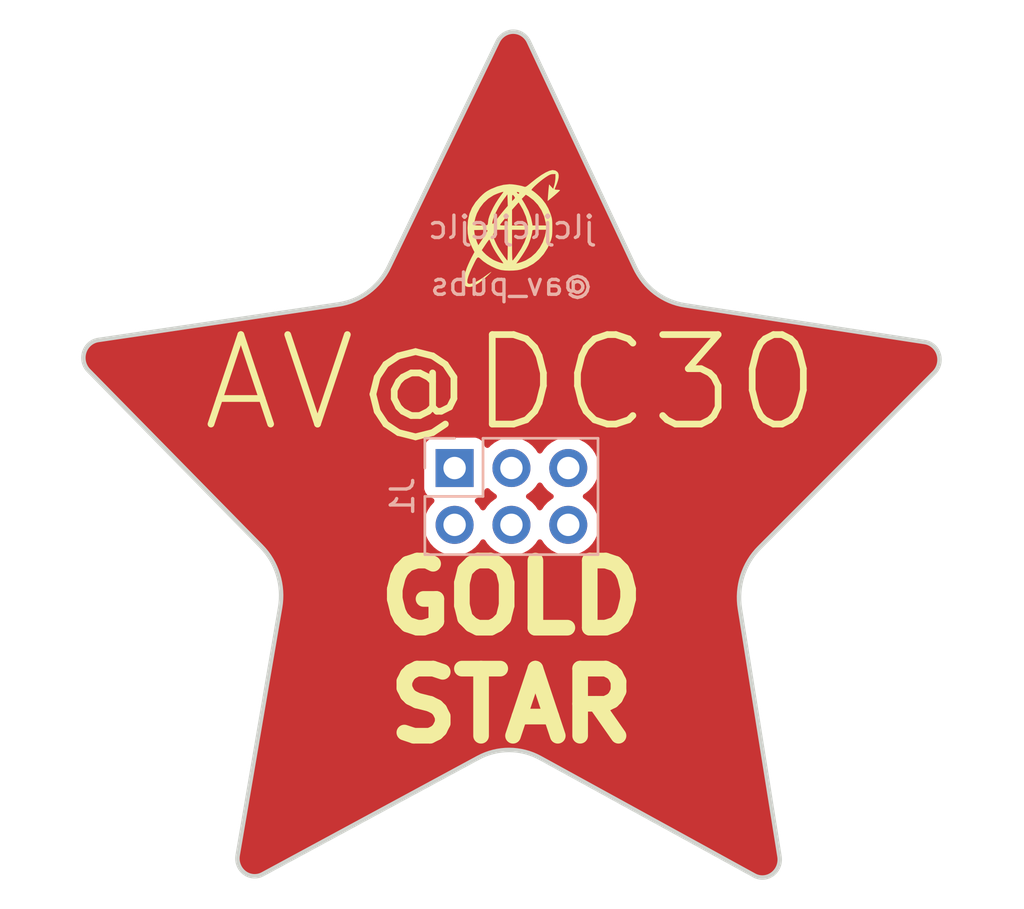
<source format=kicad_pcb>
(kicad_pcb (version 20220427) (generator pcbnew)
  (layers (0 "F.Cu" signal) (31 "B.Cu" signal) (34 "B.Paste" user) (35 "F.Paste" user) (36 "B.SilkS" user "B.Silkscreen") (37 "F.SilkS" user "F.Silkscreen") (38 "B.Mask" user) (39 "F.Mask" user) (44 "Edge.Cuts" user))
  (net 0 "")
  (footprint "LOGO" (layer "F.Cu") (at 127 66.04)
    (fp_text reference "G***" hide)
    (fp_text value "LOGO" hide)
    (fp_poly (pts (xy 1.966056 -2.537941) (xy 2.054545 -2.478062) (xy 2.093222 -2.41737) (xy 2.113841 -2.332207) (xy 2.110549 -2.227313) (xy 2.08189 -2.096175) (xy 2.026405 -1.93228) (xy 1.942636 -1.729115) (xy 1.935588 -1.713055) (xy 1.943105 -1.690707) (xy 1.995223 -1.68014) (xy 2.047219 -1.678656) (xy 2.1221 -1.674482) (xy 2.167613 -1.663896) (xy 2.173998 -1.65718) (xy 2.154082 -1.632287) (xy 2.100079 -1.580247) (xy 2.020611 -1.508632) (xy 1.9243 -1.425012) (xy 1.819767 -1.336958) (xy 1.715632 -1.252041) (xy 1.684423 -1.227257) (xy 1.617976 -1.174882) (xy 1.635669 -1.419889) (xy 1.645671 -1.549333) (xy 1.656474 -1.674868) (xy 1.666111 -1.773955) (xy 1.668207 -1.792811) (xy 1.683051 -1.920724) (xy 1.774559 -1.820871) (xy 1.866067 -1.721019) (xy 1.915439 -1.885591) (xy 1.943922 -2.009548) (xy 1.962437 -2.145407) (xy 1.966208 -2.215276) (xy 1.967606 -2.38039) (xy 1.849894 -2.377959) (xy 1.78312 -2.37058) (xy 1.714334 -2.347317) (xy 1.630318 -2.302134) (xy 1.517853 -2.228993) (xy 1.505907 -2.220848) (xy 1.395694 -2.14114) (xy 1.281411 -2.051053) (xy 1.170163 -1.957158) (xy 1.06906 -1.866023) (xy 0.985208 -1.78422) (xy 0.925716 -1.718317) (xy 0.897691 -1.674885) (xy 0.900619 -1.661364) (xy 0.966614 -1.622035) (xy 1.057423 -1.553429) (xy 1.160321 -1.466515) (xy 1.262584 -1.372265) (xy 1.351485 -1.281648) (xy 1.38408 -1.244575) (xy 1.530106 -1.051213) (xy 1.643973 -0.853124) (xy 1.73887 -0.626864) (xy 1.751374 -0.591658) (xy 1.78271 -0.497047) (xy 1.804182 -0.415098) (xy 1.817624 -0.331361) (xy 1.824867 -0.231385) (xy 1.827744 -0.100719) (xy 1.828141 0.01376) (xy 1.827195 0.173735) (xy 1.823136 0.293138) (xy 1.814132 0.386419) (xy 1.79835 0.468028) (xy 1.773958 0.552418) (xy 1.751374 0.619177) (xy 1.617092 0.92617) (xy 1.441518 1.199613) (xy 1.227968 1.436366) (xy 0.979754 1.633288) (xy 0.700192 1.787238) (xy 0.409688 1.890532) (xy 0.266056 1.917557) (xy 0.088485 1.933526) (xy -0.102992 1.938172) (xy -0.288345 1.931229) (xy -0.447542 1.912434) (xy -0.495341 1.902534) (xy -0.681556 1.842492) (xy -0.883027 1.752455) (xy -1.079617 1.643036) (xy -1.113725 1.61954) (xy 0.216731 1.61954) (xy 0.359312 1.581927) (xy 0.47175 1.545985) (xy 0.593185 1.498039) (xy 0.643092 1.475129) (xy 0.87751 1.330551) (xy 1.08557 1.142879) (xy 1.261617 0.920011) (xy 1.399995 0.66985) (xy 1.495049 0.400295) (xy 1.527995 0.238888) (xy 1.547311 0.110076) (xy 1.241478 0.110076) (xy 1.107782 0.110828) (xy 1.019742 0.114117) (xy 0.967986 0.121496) (xy 0.94314 0.134517) (xy 0.935831 0.154731) (xy 0.935645 0.160712) (xy 0.925962 0.239148) (xy 0.900031 0.352724) (xy 0.862526 0.485672) (xy 0.818123 0.622225) (xy 0.771497 0.746618) (xy 0.741846 0.814254) (xy 0.67241 0.945447) (xy 0.57849 1.102953) (xy 0.470442 1.270482) (xy 0.358622 1.431741) (xy 0.294119 1.51859) (xy 0.216731 1.61954) (xy -1.113725 1.61954) (xy -1.251186 1.524848) (xy -1.317376 1.469356) (xy -1.384417 1.407722) (xy -1.43551 1.365229) (xy -1.476454 1.345999) (xy -1.513051 1.354153) (xy -1.551099 1.393812) (xy -1.5964 1.469098) (xy -1.654755 1.584131) (xy -1.731963 1.743033) (xy -1.747511 1.774973) (xy -1.855089 2.008983) (xy -1.928573 2.199796) (xy -1.967966 2.347422) (xy -1.973271 2.451868) (xy -1.968112 2.475109) (xy -1.928518 2.519415) (xy -1.852237 2.528686) (xy -1.743638 2.504541) (xy -1.607093 2.448597) (xy -1.446972 2.362472) (xy -1.267645 2.247784) (xy -1.172814 2.180721) (xy -1.04244 2.086309) (xy -0.954202 2.02431) (xy -0.906229 1.994085) (xy -0.896647 1.994997) (xy -0.923582 2.026408) (xy -0.985163 2.087681) (xy -1.031961 2.132767) (xy -1.256084 2.335202) (xy -1.455685 2.489394) (xy -1.631673 2.595914) (xy -1.784958 2.655329) (xy -1.889147 2.669339) (xy -1.99874 2.654367) (xy -2.062387 2.615836) (xy -2.117315 2.52657) (xy -2.137568 2.402035) (xy -2.122989 2.240487) (xy -2.073424 2.040179) (xy -1.989938 1.802492) (xy -1.929667 1.65798) (xy -1.857406 1.499125) (xy -1.7869 1.355905) (xy -1.773664 1.330736) (xy -1.65404 1.10665) (xy -1.696901 1.02149) (xy -1.323458 1.02149) (xy -1.246506 1.110636) (xy -1.126929 1.229196) (xy -0.979414 1.346348) (xy -0.82822 1.443227) (xy -0.798049 1.459345) (xy -0.719661 1.495427) (xy -0.624597 1.533474) (xy -0.527098 1.568566) (xy -0.4414 1.595782) (xy -0.381742 1.6102) (xy -0.362777 1.609782) (xy -0.374038 1.585753) (xy -0.411709 1.529311) (xy -0.468352 1.451436) (xy -0.484903 1.429514) (xy -0.594599 1.276544) (xy -0.701924 1.111286) (xy -0.798599 0.947698) (xy -0.876345 0.799739) (xy -0.924373 0.688487) (xy -0.955115 0.611524) (xy -0.981025 0.561388) (xy -0.991988 0.550379) (xy -1.013747 0.571855) (xy -1.058276 0.629829) (xy -1.118398 0.714626) (xy -1.166699 0.785935) (xy -1.323458 1.02149) (xy -1.696901 1.02149) (xy -1.762862 0.890432) (xy -1.85609 0.683584) (xy -1.917631 0.489055) (xy -1.952201 0.286365) (xy -1.960854 0.123835) (xy -1.664897 0.123835) (xy -1.656194 0.220152) (xy -1.618342 0.426606) (xy -1.543043 0.648424) (xy -1.534676 0.668323) (xy -1.478396 0.800026) (xy -1.275817 0.496866) (xy -1.200359 0.380849) (xy -1.17648 0.341891) (xy -0.825568 0.341891) (xy -0.813343 0.404617) (xy -0.780493 0.501935) (xy -0.732758 0.620124) (xy -0.675876 0.745461) (xy -0.615586 0.864227) (xy -0.582988 0.921885) (xy -0.5292 1.008116) (xy -0.462252 1.10904) (xy -0.389274 1.214708) (xy -0.317399 1.31517) (xy -0.253756 1.400476) (xy -0.205477 1.460676) (xy -0.179692 1.48582) (xy -0.178676 1.486024) (xy -0.174969 1.459733) (xy -0.171648 1.385774) (xy -0.168859 1.271514) (xy -0.166746 1.124321) (xy -0.165456 0.951565) (xy -0.165113 0.79805) (xy 0.027519 0.79805) (xy 0.028308 0.986054) (xy 0.030526 1.154415) (xy 0.033953 1.295776) (xy 0.038368 1.402777) (xy 0.04355 1.468061) (xy 0.048159 1.485309) (xy 0.071955 1.464071) (xy 0.119653 1.407371) (xy 0.183495 1.324764) (xy 0.232045 1.258841) (xy 0.429021 0.960569) (xy 0.577115 0.676902) (xy 0.678778 0.402587) (xy 0.726083 0.199513) (xy 0.741636 0.110076) (xy 0.027519 0.110076) (xy 0.027519 0.79805) (xy -0.165113 0.79805) (xy -0.165113 0.110076) (xy -0.685173 0.110076) (xy -0.75537 0.20211) (xy -0.799785 0.271183) (xy -0.824041 0.329992) (xy -0.825568 0.341891) (xy -1.17648 0.341891) (xy -1.137657 0.278553) (xy -1.09352 0.199897) (xy -1.073759 0.154805) (xy -1.073239 0.150959) (xy -1.080454 0.131997) (xy -1.108176 0.120199) (xy -1.16552 0.114489) (xy -1.261603 0.11379) (xy -1.369068 0.116025) (xy -1.664897 0.123835) (xy -1.960854 0.123835) (xy -1.964517 0.055033) (xy -1.964737 0.01376) (xy -1.957025 -0.103196) (xy -1.654053 -0.103196) (xy -1.627182 -0.094675) (xy -1.556862 -0.087866) (xy -1.454675 -0.083595) (xy -1.365132 -0.082557) (xy -1.23248 -0.083952) (xy -1.145174 -0.089062) (xy -1.093571 -0.099273) (xy -1.068028 -0.115973) (xy -1.067484 -0.116955) (xy -0.505533 -0.116955) (xy -0.503483 -0.097785) (xy -0.463767 -0.086922) (xy -0.37886 -0.082747) (xy -0.345611 -0.082557) (xy -0.165113 -0.082557) (xy 0.027519 -0.082557) (xy 0.741636 -0.082557) (xy 0.726083 -0.171993) (xy 0.645648 -0.481031) (xy 0.512173 -0.791745) (xy 0.391458 -1.002671) (xy 0.321803 -1.113011) (xy 0.174711 -0.948651) (xy 0.027619 -0.78429) (xy 0.027569 -0.433424) (xy 0.027519 -0.082557) (xy -0.165113 -0.082557) (xy -0.165113 -0.302708) (xy -0.166341 -0.404953) (xy -0.169602 -0.481943) (xy -0.174267 -0.520654) (xy -0.175773 -0.52286) (xy -0.196192 -0.503066) (xy -0.241093 -0.451345) (xy -0.30114 -0.379192) (xy -0.366993 -0.298101) (xy -0.429315 -0.219567) (xy -0.478767 -0.155083) (xy -0.505533 -0.116955) (xy -1.067484 -0.116955) (xy -1.062424 -0.126086) (xy -1.052458 -0.17213) (xy -0.853087 -0.17213) (xy -0.846199 -0.153157) (xy -0.822776 -0.164065) (xy -0.77868 -0.208874) (xy -0.709772 -0.291608) (xy -0.64269 -0.376637) (xy -0.545695 -0.499708) (xy -0.445445 -0.624516) (xy -0.355 -0.734925) (xy -0.297645 -0.803008) (xy -0.162997 -0.95932) (xy -0.169543 -1.170807) (xy 0.027519 -1.170807) (xy 0.099738 -1.243025) (xy 0.12603 -1.271326) (xy 0.462313 -1.271326) (xy 0.601945 -1.041568) (xy 0.763491 -0.735298) (xy 0.872723 -0.433059) (xy 0.911772 -0.263754) (xy 0.945159 -0.082557) (xy 1.547311 -0.082557) (xy 1.527995 -0.211369) (xy 1.458926 -0.494179) (xy 1.341626 -0.761547) (xy 1.181464 -1.00538) (xy 0.983809 -1.217581) (xy 0.754032 -1.390054) (xy 0.740869 -1.398047) (xy 0.642409 -1.457139) (xy 0.552361 -1.364233) (xy 0.462313 -1.271326) (xy 0.12603 -1.271326) (xy 0.145688 -1.292486) (xy 0.155843 -1.326363) (xy 0.133541 -1.367777) (xy 0.120378 -1.38601) (xy 0.074353 -1.440824) (xy 0.045984 -1.449518) (xy 0.031597 -1.409271) (xy 0.027521 -1.317261) (xy 0.027519 -1.314656) (xy 0.027519 -1.170807) (xy -0.169543 -1.170807) (xy -0.178873 -1.472264) (xy -0.345741 -1.249763) (xy -0.466185 -1.076206) (xy -0.578334 -0.890302) (xy -0.67744 -0.702131) (xy -0.758758 -0.521774) (xy -0.817542 -0.359311) (xy -0.849046 -0.224821) (xy -0.853087 -0.17213) (xy -1.052458 -0.17213) (xy -1.049288 -0.186773) (xy -1.045134 -0.243042) (xy -1.027791 -0.363357) (xy -0.980452 -0.516745) (xy -0.907747 -0.693494) (xy -0.814302 -0.883893) (xy -0.704748 -1.078232) (xy -0.583713 -1.2668) (xy -0.504722 -1.376837) (xy -0.439387 -1.464783) (xy -0.388977 -1.534728) (xy -0.372319 -1.559396) (xy 0.243786 -1.559396) (xy 0.256777 -1.536707) (xy 0.298487 -1.498047) (xy 0.336372 -1.507442) (xy 0.350298 -1.532474) (xy 0.334757 -1.558724) (xy 0.292542 -1.574629) (xy 0.246133 -1.579219) (xy 0.243786 -1.559396) (xy -0.372319 -1.559396) (xy -0.361008 -1.576145) (xy -0.357746 -1.582671) (xy -0.38094 -1.584305) (xy -0.441881 -1.569009) (xy -0.527611 -1.541257) (xy -0.62517 -1.50552) (xy -0.721601 -1.46627) (xy -0.799549 -1.430212) (xy -1.031528 -1.283367) (xy -1.237372 -1.093603) (xy -1.409987 -0.86964) (xy -1.542279 -0.620197) (xy -1.606038 -0.438865) (xy -1.63709 -0.306783) (xy -1.653953 -0.188109) (xy -1.654053 -0.103196) (xy -1.957025 -0.103196) (xy -1.943481 -0.308579) (xy -1.877975 -0.601279) (xy -1.765611 -0.870691) (xy -1.603778 -1.123165) (xy -1.404211 -1.350731) (xy -1.285918 -1.465566) (xy -1.185444 -1.55096) (xy -1.08533 -1.619714) (xy -0.968117 -1.684632) (xy -0.908055 -1.714584) (xy -0.632735 -1.827279) (xy -0.356603 -1.898929) (xy -0.09294 -1.926167) (xy -0.072378 -1.926327) (xy 0.046126 -1.919489) (xy 0.190366 -1.901347) (xy 0.339446 -1.875465) (xy 0.47247 -1.845402) (xy 0.558327 -1.818832) (xy 0.594088 -1.80844) (xy 0.629117 -1.810937) (xy 0.672878 -1.831455) (xy 0.734832 -1.875128) (xy 0.824445 -1.94709) (xy 0.880657 -1.993683) (xy 1.119742 -2.183425) (xy 1.336065 -2.336159) (xy 1.527025 -2.450368) (xy 1.69002 -2.524533) (xy 1.822447 -2.557138) (xy 1.849356 -2.55861)) (fill solid) (layer "F.SilkS"))
  )
  (footprint "LOGO" (layer "F.Cu") (at 127 66.04)
    (fp_text reference "G***" hide)
    (fp_text value "LOGO" hide)
  )
  (footprint "Connector_PinHeader_2.54mm:PinHeader_2x03_P2.54mm_Vertical" (layer "B.Cu") (at 124.46 76.8 -90)
    (fp_text reference "J1" (at 1.27 2.33 90) (layer "B.SilkS") (effects (justify mirror)))
    (fp_text value "Conn_02x03_Counter_Clockwise")
    (fp_line (start -1.33 -6.41) (end 3.87 -6.41) (stroke (width 0.12)) (layer "B.SilkS"))
    (fp_line (start -1.33 -1.27) (end -1.33 -6.41) (stroke (width 0.12)) (layer "B.SilkS"))
    (fp_line (start -1.33 -1.27) (end 1.27 -1.27) (stroke (width 0.12)) (layer "B.SilkS"))
    (fp_line (start -1.33 0) (end -1.33 1.33) (stroke (width 0.12)) (layer "B.SilkS"))
    (fp_line (start -1.33 1.33) (end 0 1.33) (stroke (width 0.12)) (layer "B.SilkS"))
    (fp_line (start 1.27 -1.27) (end 1.27 1.33) (stroke (width 0.12)) (layer "B.SilkS"))
    (fp_line (start 1.27 1.33) (end 3.87 1.33) (stroke (width 0.12)) (layer "B.SilkS"))
    (fp_line (start 3.87 1.33) (end 3.87 -6.41) (stroke (width 0.12)) (layer "B.SilkS"))
    (pad "1" thru_hole rect (at 0 0 270) (size 1.7 1.7) (drill 1) (layers *.Cu *.Mask))
    (pad "2" thru_hole oval (at 2.54 0 270) (size 1.7 1.7) (drill 1) (layers *.Cu *.Mask))
    (pad "3" thru_hole oval (at 0 -2.54 270) (size 1.7 1.7) (drill 1) (layers *.Cu *.Mask))
    (pad "4" thru_hole oval (at 2.54 -2.54 270) (size 1.7 1.7) (drill 1) (layers *.Cu *.Mask))
    (pad "5" thru_hole oval (at 0 -5.08 270) (size 1.7 1.7) (drill 1) (layers *.Cu *.Mask))
    (pad "6" thru_hole oval (at 2.54 -5.08 270) (size 1.7 1.7) (drill 1) (layers *.Cu *.Mask))
  )
  (gr_poly (pts (xy 127.138543 57.297772) (xy 127.19262 57.30387) (xy 127.245746 57.31381) (xy 127.297756 57.327486) (xy 127.348484 57.344791) (xy 127.397765 57.365617) (xy 127.445435 57.389857) (xy 127.491329 57.417405) (xy 127.53528 57.448153) (xy 127.577126 57.481995) (xy 127.616699 57.518822) (xy 127.653836 57.558528) (xy 127.688372 57.601007) (xy 127.720141 57.64615) (xy 127.748978 57.693852) (xy 127.774719 57.744004) (xy 132.517064 67.831379) (xy 132.602203 67.999162) (xy 132.696475 68.160111) (xy 132.799482 68.313922) (xy 132.910825 68.460294) (xy 133.030105 68.598923) (xy 133.156923 68.729508) (xy 133.29088 68.851745) (xy 133.431578 68.965332) (xy 133.578616 69.069967) (xy 133.731597 69.165347) (xy 133.89012 69.251168) (xy 134.053788 69.32713) (xy 134.222202 69.392929) (xy 134.394961 69.448262) (xy 134.571668 69.492827) (xy 134.751924 69.526322) (xy 145.475862 71.168763) (xy 145.52983 71.179063) (xy 145.582472 71.193156) (xy 145.633639 71.210912) (xy 145.683183 71.232201) (xy 145.730956 71.256891) (xy 145.776809 71.284852) (xy 145.820594 71.315954) (xy 145.862163 71.350066) (xy 145.901367 71.387058) (xy 145.938058 71.426798) (xy 145.972088 71.469156) (xy 146.003309 71.514003) (xy 146.031571 71.561206) (xy 146.056727 71.610636) (xy 146.078629 71.662161) (xy 146.097127 71.715652) (xy 146.111926 71.770377) (xy 146.122858 71.82556) (xy 146.129971 71.881007) (xy 146.133313 71.93652) (xy 146.132932 71.991903) (xy 146.128875 72.046962) (xy 146.121192 72.101499) (xy 146.109929 72.155319) (xy 146.095134 72.208226) (xy 146.076856 72.260024) (xy 146.055142 72.310516) (xy 146.030039 72.359508) (xy 146.001597 72.406802) (xy 145.969862 72.452202) (xy 145.934883 72.495514) (xy 145.896707 72.53654) (xy 138.085193 80.359772) (xy 137.957177 80.496062) (xy 137.838228 80.639215) (xy 137.728501 80.788746) (xy 137.628153 80.944165) (xy 137.537339 81.104986) (xy 137.456214 81.27072) (xy 137.384936 81.44088) (xy 137.323659 81.614979) (xy 137.27254 81.792529) (xy 137.231734 81.973042) (xy 137.201397 82.156031) (xy 137.181685 82.341008) (xy 137.172754 82.527486) (xy 137.17476 82.714977) (xy 137.187859 82.902993) (xy 137.212205 83.091047) (xy 138.982253 94.169558) (xy 138.989293 94.225946) (xy 138.992445 94.282213) (xy 138.991783 94.338171) (xy 138.987383 94.393633) (xy 138.979317 94.448413) (xy 138.967662 94.502323) (xy 138.952492 94.555177) (xy 138.933881 94.606787) (xy 138.911903 94.656967) (xy 138.886634 94.70553) (xy 138.858147 94.752289) (xy 138.826518 94.797057) (xy 138.79182 94.839646) (xy 138.754129 94.879871) (xy 138.713519 94.917544) (xy 138.670064 94.952478) (xy 138.624346 94.984152) (xy 138.577024 95.012159) (xy 138.528293 95.036486) (xy 138.478349 95.057119) (xy 138.427385 95.074044) (xy 138.375596 95.087246) (xy 138.323177 95.096712) (xy 138.270322 95.102426) (xy 138.217226 95.104377) (xy 138.164084 95.102548) (xy 138.11109 95.096926) (xy 138.058438 95.087498) (xy 138.006324 95.074248) (xy 137.954942 95.057163) (xy 137.904486 95.036228) (xy 137.855152 95.011431) (xy 137.855152 95.01143) (xy 137.855153 95.01143) (xy 137.855153 95.011429) (xy 137.855154 95.011429) (xy 137.855154 95.011428) (xy 137.855155 95.011427) (xy 137.855156 95.011427) (xy 137.855157 95.011427) (xy 128.28503 89.759077) (xy 128.120774 89.675526) (xy 127.952988 89.603052) (xy 127.782166 89.541655) (xy 127.608805 89.491338) (xy 127.433399 89.452101) (xy 127.256444 89.423946) (xy 127.078434 89.406873) (xy 126.899866 89.400885) (xy 126.721235 89.405982) (xy 126.543035 89.422165) (xy 126.365762 89.449437) (xy 126.189911 89.487797) (xy 126.015979 89.537248) (xy 125.844459 89.59779) (xy 125.675847 89.669425) (xy 125.510639 89.752153) (xy 115.880645 94.956613) (xy 115.831028 94.981164) (xy 115.780334 95.001845) (xy 115.728757 95.018672) (xy 115.676493 95.031661) (xy 115.623735 95.040827) (xy 115.570678 95.046184) (xy 115.517517 95.047747) (xy 115.464445 95.045532) (xy 115.411658 95.039553) (xy 115.359349 95.029826) (xy 115.307713 95.016366) (xy 115.256945 94.999188) (xy 115.207238 94.978307) (xy 115.158787 94.953737) (xy 115.111787 94.925495) (xy 115.066432 94.893595) (xy 115.044551 94.876372) (xy 115.023379 94.858446) (xy 115.002926 94.839838) (xy 114.983201 94.820572) (xy 114.945971 94.780161) (xy 114.911762 94.7374) (xy 114.880646 94.692476) (xy 114.852695 94.645576) (xy 114.827983 94.596889) (xy 114.80658 94.546601) (xy 114.78856 94.494899) (xy 114.773996 94.441971) (xy 114.762958 94.388005) (xy 114.755521 94.333186) (xy 114.751755 94.277704) (xy 114.751734 94.221744) (xy 114.755531 94.165495) (xy 114.758883 94.137321) (xy 114.763216 94.109144) (xy 116.660067 83.039776) (xy 116.686566 82.851849) (xy 116.701817 82.663904) (xy 116.70597 82.476429) (xy 116.699175 82.289912) (xy 116.681582 82.104842) (xy 116.653342 81.921707) (xy 116.614604 81.740996) (xy 116.565519 81.563196) (xy 116.506238 81.388796) (xy 116.43691 81.218285) (xy 116.357687 81.052151) (xy 116.268717 80.890882) (xy 116.170151 80.734966) (xy 116.06214 80.584893) (xy 115.944834 80.441149) (xy 115.818383 80.304224) (xy 108.096673 72.442242) (xy 108.058967 72.401026) (xy 108.024485 72.357541) (xy 107.99327 72.311984) (xy 107.96537 72.264549) (xy 107.940829 72.215434) (xy 107.919693 72.164835) (xy 107.902008 72.112947) (xy 107.88782 72.059968) (xy 107.877173 72.006093) (xy 107.870114 71.951519) (xy 107.866688 71.896442) (xy 107.866941 71.841057) (xy 107.870918 71.785563) (xy 107.878666 71.730153) (xy 107.890229 71.675026) (xy 107.905653 71.620377) (xy 107.924763 71.566979) (xy 107.947254 71.515565) (xy 107.972975 71.466262) (xy 108.001777 71.419201) (xy 108.03351 71.374512) (xy 108.068024 71.332325) (xy 108.105169 71.292769) (xy 108.144796 71.255974) (xy 108.186755 71.22207) (xy 108.230895 71.191188) (xy 108.277067 71.163456) (xy 108.325122 71.139005) (xy 108.374909 71.117964) (xy 108.426278 71.100464) (xy 108.47908 71.086634) (xy 108.505971 71.081136) (xy 108.533165 71.076604) (xy 119.275607 69.487714) (xy 119.456241 69.455119) (xy 119.633453 69.411437) (xy 119.806841 69.356967) (xy 119.976002 69.29201) (xy 120.140535 69.216867) (xy 120.300037 69.131839) (xy 120.454105 69.037225) (xy 120.602337 68.933327) (xy 120.744331 68.820445) (xy 120.879684 68.69888) (xy 121.007994 68.568932) (xy 121.128858 68.430902) (xy 121.241873 68.28509) (xy 121.346638 68.131797) (xy 121.442751 67.971323) (xy 121.529807 67.80397) (xy 126.387525 57.740543) (xy 126.400288 57.71523) (xy 126.413839 57.690521) (xy 126.428157 57.666428) (xy 126.443222 57.642965) (xy 126.459012 57.620145) (xy 126.475507 57.597981) (xy 126.492685 57.576487) (xy 126.510527 57.555676) (xy 126.529012 57.535561) (xy 126.548118 57.516156) (xy 126.567825 57.497474) (xy 126.588112 57.479527) (xy 126.608958 57.46233) (xy 126.630343 57.445896) (xy 126.652246 57.430237) (xy 126.674646 57.415368) (xy 126.697521 57.401301) (xy 126.720853 57.38805) (xy 126.744619 57.375628) (xy 126.768799 57.364048) (xy 126.793372 57.353324) (xy 126.818317 57.343468) (xy 126.843614 57.334495) (xy 126.869242 57.326417) (xy 126.89518 57.319248) (xy 126.921407 57.313001) (xy 126.947902 57.307689) (xy 126.974645 57.303326) (xy 127.001615 57.299924) (xy 127.028791 57.297498) (xy 127.056153 57.29606) (xy 127.083679 57.295623)) (stroke (width 0.2)) (fill none) (layer "Edge.Cuts"))
  (gr_text "jlcjlcjlcjlc" (at 127 66.04) (layer "B.SilkS") (effects (font (size 1 1)) (justify mirror)))
  (gr_text "@av_pubs" (at 127 68.58) (layer "B.SilkS") (effects (font (size 1 1)) (justify mirror)))
  (gr_text "GOLD\nSTAR" (at 127 85) (layer "F.SilkS") (effects (font (size 3 3) (thickness 0.7))))
  (gr_text "AV@DC30" (at 127 73) (layer "F.SilkS") (effects (font (size 4 4) (thickness 0.3))))
  (zone (net 0) (net_name "") (layer "F.Cu") (connect_pads (clearance 0.508)) (min_thickness 0.254) (fill yes (thermal_gap 0.508) (thermal_bridge_width 0.508))
    (polygon (pts (xy 147.32 96.52) (xy 104.14 96.52) (xy 104.14 55.88) (xy 147.32 55.88)))
  )
)
</source>
